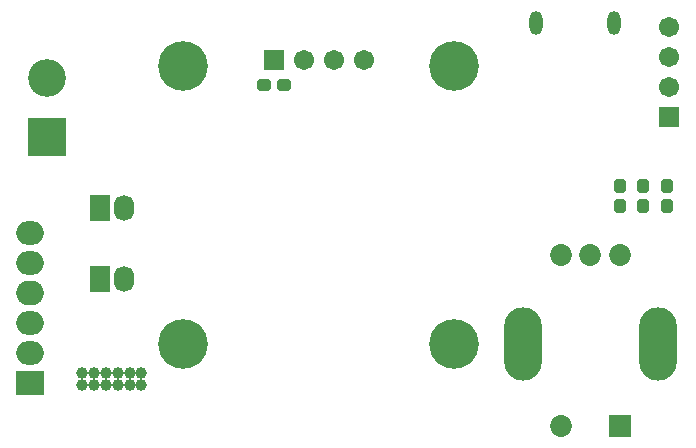
<source format=gbs>
G04*
G04 #@! TF.GenerationSoftware,Altium Limited,Altium Designer,23.4.1 (23)*
G04*
G04 Layer_Color=16711935*
%FSLAX44Y44*%
%MOMM*%
G71*
G04*
G04 #@! TF.SameCoordinates,9FFFCCE3-57C6-44D0-9ABF-11A32D4D8937*
G04*
G04*
G04 #@! TF.FilePolarity,Negative*
G04*
G01*
G75*
G04:AMPARAMS|DCode=46|XSize=1.1032mm|YSize=1.0032mm|CornerRadius=0.1616mm|HoleSize=0mm|Usage=FLASHONLY|Rotation=90.000|XOffset=0mm|YOffset=0mm|HoleType=Round|Shape=RoundedRectangle|*
%AMROUNDEDRECTD46*
21,1,1.1032,0.6800,0,0,90.0*
21,1,0.7800,1.0032,0,0,90.0*
1,1,0.3232,0.3400,0.3900*
1,1,0.3232,0.3400,-0.3900*
1,1,0.3232,-0.3400,-0.3900*
1,1,0.3232,-0.3400,0.3900*
%
%ADD46ROUNDEDRECTD46*%
G04:AMPARAMS|DCode=51|XSize=1.1032mm|YSize=1.0032mm|CornerRadius=0.1616mm|HoleSize=0mm|Usage=FLASHONLY|Rotation=0.000|XOffset=0mm|YOffset=0mm|HoleType=Round|Shape=RoundedRectangle|*
%AMROUNDEDRECTD51*
21,1,1.1032,0.6800,0,0,0.0*
21,1,0.7800,1.0032,0,0,0.0*
1,1,0.3232,0.3900,-0.3400*
1,1,0.3232,-0.3900,-0.3400*
1,1,0.3232,-0.3900,0.3400*
1,1,0.3232,0.3900,0.3400*
%
%ADD51ROUNDEDRECTD51*%
%ADD62R,1.7032X2.2032*%
%ADD63O,1.7032X2.2032*%
%ADD64C,1.7032*%
%ADD65R,1.7032X1.7032*%
%ADD66O,2.3368X2.0828*%
%ADD67O,2.3368X2.0320*%
%ADD68R,2.3368X2.0320*%
%ADD69R,1.7032X1.7032*%
%ADD70C,4.2032*%
%ADD71C,0.7032*%
%ADD72O,1.1032X2.0032*%
%ADD73R,1.8532X1.8532*%
%ADD74C,1.8532*%
%ADD75O,3.2032X6.2032*%
%ADD76R,3.2032X3.2032*%
%ADD77C,3.2032*%
%ADD78C,1.0032*%
D46*
X525000Y206500D02*
D03*
Y223500D02*
D03*
X565000Y206500D02*
D03*
Y223500D02*
D03*
X545000D02*
D03*
Y206500D02*
D03*
D51*
X240500Y309000D02*
D03*
X223500D02*
D03*
D62*
X85000Y145000D02*
D03*
Y205000D02*
D03*
D63*
X105000Y145000D02*
D03*
Y205000D02*
D03*
D64*
X567000Y358100D02*
D03*
Y332700D02*
D03*
X567000Y307300D02*
D03*
X257300Y330000D02*
D03*
X282700Y330000D02*
D03*
X308100D02*
D03*
D65*
X567000Y281900D02*
D03*
D66*
X26000Y132700D02*
D03*
D67*
Y107300D02*
D03*
Y81900D02*
D03*
Y158100D02*
D03*
Y183500D02*
D03*
D68*
Y56500D02*
D03*
D69*
X231900Y330000D02*
D03*
D70*
X155000Y325000D02*
D03*
X385000D02*
D03*
X155000Y90000D02*
D03*
X385000D02*
D03*
D71*
X520500Y361750D02*
D03*
X454500D02*
D03*
D72*
X520500D02*
D03*
X454500D02*
D03*
D73*
X525000Y20000D02*
D03*
D74*
X475000D02*
D03*
X525000Y165000D02*
D03*
X500000D02*
D03*
X475000D02*
D03*
D75*
X557000Y90000D02*
D03*
X443000D02*
D03*
D76*
X40000Y265000D02*
D03*
D77*
Y315000D02*
D03*
D78*
X120000Y65000D02*
D03*
Y55000D02*
D03*
X70000D02*
D03*
Y65000D02*
D03*
X90000D02*
D03*
X100000D02*
D03*
X110000D02*
D03*
Y55000D02*
D03*
X100000D02*
D03*
X90000D02*
D03*
X80000D02*
D03*
Y65000D02*
D03*
M02*

</source>
